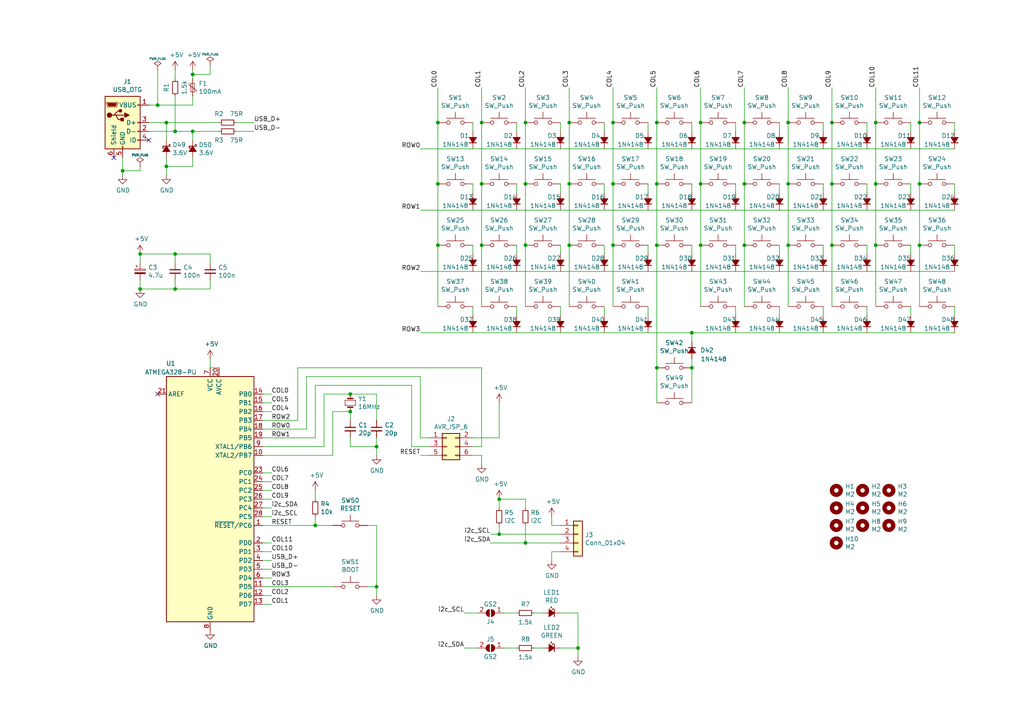
<source format=kicad_sch>
(kicad_sch (version 20211123) (generator eeschema)
  (paper "A4")
  (junction (at 127 53.34))
  (junction (at 215.9 35.56))
  (junction (at 203.2 71.12))
  (junction (at 127 35.56))
  (junction (at 190.5 71.12))
  (junction (at 50.8 73.66))
  (junction (at 139.7 35.56))
  (junction (at 266.7 35.56))
  (junction (at 165.1 71.12))
  (junction (at 241.3 53.34))
  (junction (at 203.2 53.34))
  (junction (at 55.88 21.59))
  (junction (at 139.7 71.12))
  (junction (at 254 35.56))
  (junction (at 177.8 35.56))
  (junction (at 127 71.12))
  (junction (at 48.26 35.56))
  (junction (at 139.7 53.34))
  (junction (at 109.22 170.18))
  (junction (at 200.66 106.68))
  (junction (at 48.26 48.26))
  (junction (at 177.8 71.12))
  (junction (at 254 53.34))
  (junction (at 35.56 49.53))
  (junction (at 200.66 96.52))
  (junction (at 165.1 53.34))
  (junction (at 91.44 152.4))
  (junction (at 228.6 53.34))
  (junction (at 165.1 35.56))
  (junction (at 101.6 119.38))
  (junction (at 144.78 154.94))
  (junction (at 266.7 71.12))
  (junction (at 45.72 30.48))
  (junction (at 190.5 53.34))
  (junction (at 228.6 35.56))
  (junction (at 215.9 71.12))
  (junction (at 190.5 35.56))
  (junction (at 50.8 38.1))
  (junction (at 177.8 53.34))
  (junction (at 203.2 35.56))
  (junction (at 152.4 157.48))
  (junction (at 215.9 53.34))
  (junction (at 40.64 73.66))
  (junction (at 254 71.12))
  (junction (at 101.6 114.3))
  (junction (at 152.4 35.56))
  (junction (at 167.64 187.96))
  (junction (at 241.3 71.12))
  (junction (at 152.4 71.12))
  (junction (at 144.78 144.78))
  (junction (at 109.22 129.54))
  (junction (at 50.8 83.82))
  (junction (at 266.7 53.34))
  (junction (at 241.3 35.56))
  (junction (at 190.5 106.68))
  (junction (at 40.64 83.82))
  (junction (at 228.6 71.12))
  (junction (at 152.4 53.34))
  (junction (at 55.88 38.1))
  (no_connect (at 33.02 45.72))
  (no_connect (at 45.72 114.3))
  (no_connect (at 43.18 40.64))
  (wire (pts (xy 139.7 35.56) (xy 139.7 25.4)))
  (wire (pts (xy 175.26 88.9) (xy 175.26 91.44)))
  (wire (pts (xy 190.5 35.56) (xy 190.5 25.4)))
  (wire (pts (xy 55.88 38.1) (xy 63.5 38.1)))
  (wire (pts (xy 152.4 157.48) (xy 162.56 157.48)))
  (wire (pts (xy 119.38 111.76) (xy 91.44 111.76)))
  (wire (pts (xy 76.2 142.24) (xy 78.74 142.24)))
  (wire (pts (xy 241.3 53.34) (xy 241.3 35.56)))
  (wire (pts (xy 121.92 96.52) (xy 200.66 96.52)))
  (wire (pts (xy 187.96 71.12) (xy 187.96 73.66)))
  (wire (pts (xy 152.4 152.4) (xy 152.4 157.48)))
  (wire (pts (xy 238.76 53.34) (xy 238.76 55.88)))
  (wire (pts (xy 146.05 187.96) (xy 149.86 187.96)))
  (wire (pts (xy 142.24 157.48) (xy 152.4 157.48)))
  (wire (pts (xy 76.2 127) (xy 91.44 127)))
  (wire (pts (xy 226.06 35.56) (xy 226.06 38.1)))
  (wire (pts (xy 154.94 177.8) (xy 157.48 177.8)))
  (wire (pts (xy 50.8 73.66) (xy 50.8 76.2)))
  (wire (pts (xy 254 88.9) (xy 254 71.12)))
  (wire (pts (xy 162.56 71.12) (xy 162.56 73.66)))
  (wire (pts (xy 241.3 35.56) (xy 241.3 25.4)))
  (wire (pts (xy 162.56 152.4) (xy 160.02 152.4)))
  (wire (pts (xy 50.8 27.94) (xy 50.8 38.1)))
  (wire (pts (xy 137.16 71.12) (xy 137.16 73.66)))
  (wire (pts (xy 203.2 71.12) (xy 203.2 53.34)))
  (wire (pts (xy 165.1 88.9) (xy 165.1 71.12)))
  (wire (pts (xy 48.26 48.26) (xy 55.88 48.26)))
  (wire (pts (xy 228.6 35.56) (xy 228.6 25.4)))
  (wire (pts (xy 93.98 129.54) (xy 76.2 129.54)))
  (wire (pts (xy 121.92 78.74) (xy 276.86 78.74)))
  (wire (pts (xy 119.38 129.54) (xy 124.46 129.54)))
  (wire (pts (xy 91.44 149.86) (xy 91.44 152.4)))
  (wire (pts (xy 266.7 53.34) (xy 266.7 35.56)))
  (wire (pts (xy 160.02 160.02) (xy 160.02 162.56)))
  (wire (pts (xy 162.56 88.9) (xy 162.56 91.44)))
  (wire (pts (xy 276.86 71.12) (xy 276.86 73.66)))
  (wire (pts (xy 101.6 119.38) (xy 101.6 121.92)))
  (wire (pts (xy 200.66 71.12) (xy 200.66 73.66)))
  (wire (pts (xy 187.96 53.34) (xy 187.96 55.88)))
  (wire (pts (xy 238.76 71.12) (xy 238.76 73.66)))
  (wire (pts (xy 68.58 35.56) (xy 73.66 35.56)))
  (wire (pts (xy 60.96 83.82) (xy 50.8 83.82)))
  (wire (pts (xy 190.5 71.12) (xy 190.5 106.68)))
  (wire (pts (xy 86.36 106.68) (xy 139.7 106.68)))
  (wire (pts (xy 177.8 53.34) (xy 177.8 35.56)))
  (wire (pts (xy 241.3 88.9) (xy 241.3 71.12)))
  (wire (pts (xy 91.44 111.76) (xy 91.44 127)))
  (wire (pts (xy 48.26 40.64) (xy 48.26 35.56)))
  (wire (pts (xy 119.38 129.54) (xy 119.38 111.76)))
  (wire (pts (xy 43.18 35.56) (xy 48.26 35.56)))
  (wire (pts (xy 200.66 35.56) (xy 200.66 38.1)))
  (wire (pts (xy 121.92 43.18) (xy 276.86 43.18)))
  (wire (pts (xy 109.22 170.18) (xy 109.22 172.72)))
  (wire (pts (xy 55.88 27.94) (xy 55.88 30.48)))
  (wire (pts (xy 106.68 152.4) (xy 109.22 152.4)))
  (wire (pts (xy 50.8 38.1) (xy 55.88 38.1)))
  (wire (pts (xy 55.88 21.59) (xy 60.96 21.59)))
  (wire (pts (xy 276.86 35.56) (xy 276.86 38.1)))
  (wire (pts (xy 167.64 177.8) (xy 167.64 187.96)))
  (wire (pts (xy 40.64 49.53) (xy 35.56 49.53)))
  (wire (pts (xy 266.7 71.12) (xy 266.7 53.34)))
  (wire (pts (xy 215.9 71.12) (xy 215.9 53.34)))
  (wire (pts (xy 165.1 71.12) (xy 165.1 53.34)))
  (wire (pts (xy 127 71.12) (xy 127 53.34)))
  (wire (pts (xy 86.36 121.92) (xy 86.36 106.68)))
  (wire (pts (xy 251.46 35.56) (xy 251.46 38.1)))
  (wire (pts (xy 190.5 53.34) (xy 190.5 35.56)))
  (wire (pts (xy 55.88 38.1) (xy 55.88 40.64)))
  (wire (pts (xy 241.3 71.12) (xy 241.3 53.34)))
  (wire (pts (xy 162.56 53.34) (xy 162.56 55.88)))
  (wire (pts (xy 40.64 73.66) (xy 40.64 76.2)))
  (wire (pts (xy 149.86 71.12) (xy 149.86 73.66)))
  (wire (pts (xy 139.7 132.08) (xy 139.7 134.62)))
  (wire (pts (xy 226.06 88.9) (xy 226.06 91.44)))
  (wire (pts (xy 134.62 177.8) (xy 138.43 177.8)))
  (wire (pts (xy 137.16 53.34) (xy 137.16 55.88)))
  (wire (pts (xy 149.86 88.9) (xy 149.86 91.44)))
  (wire (pts (xy 50.8 83.82) (xy 40.64 83.82)))
  (wire (pts (xy 76.2 144.78) (xy 78.74 144.78)))
  (wire (pts (xy 96.52 119.38) (xy 96.52 132.08)))
  (wire (pts (xy 187.96 88.9) (xy 187.96 91.44)))
  (wire (pts (xy 138.43 187.96) (xy 134.62 187.96)))
  (wire (pts (xy 101.6 129.54) (xy 109.22 129.54)))
  (wire (pts (xy 137.16 88.9) (xy 137.16 91.44)))
  (wire (pts (xy 213.36 88.9) (xy 213.36 91.44)))
  (wire (pts (xy 251.46 88.9) (xy 251.46 91.44)))
  (wire (pts (xy 144.78 144.78) (xy 144.78 147.32)))
  (wire (pts (xy 93.98 114.3) (xy 101.6 114.3)))
  (wire (pts (xy 203.2 53.34) (xy 203.2 35.56)))
  (wire (pts (xy 45.72 20.32) (xy 45.72 30.48)))
  (wire (pts (xy 50.8 81.28) (xy 50.8 83.82)))
  (wire (pts (xy 162.56 154.94) (xy 144.78 154.94)))
  (wire (pts (xy 228.6 71.12) (xy 228.6 53.34)))
  (wire (pts (xy 40.64 81.28) (xy 40.64 83.82)))
  (wire (pts (xy 68.58 38.1) (xy 73.66 38.1)))
  (wire (pts (xy 76.2 147.32) (xy 78.74 147.32)))
  (wire (pts (xy 190.5 71.12) (xy 190.5 53.34)))
  (wire (pts (xy 264.16 71.12) (xy 264.16 73.66)))
  (wire (pts (xy 144.78 116.84) (xy 144.78 127)))
  (wire (pts (xy 101.6 119.38) (xy 96.52 119.38)))
  (wire (pts (xy 76.2 114.3) (xy 78.74 114.3)))
  (wire (pts (xy 144.78 127) (xy 137.16 127)))
  (wire (pts (xy 109.22 152.4) (xy 109.22 170.18)))
  (wire (pts (xy 152.4 35.56) (xy 152.4 25.4)))
  (wire (pts (xy 35.56 49.53) (xy 35.56 50.8)))
  (wire (pts (xy 238.76 88.9) (xy 238.76 91.44)))
  (wire (pts (xy 88.9 124.46) (xy 88.9 109.22)))
  (wire (pts (xy 137.16 132.08) (xy 139.7 132.08)))
  (wire (pts (xy 55.88 21.59) (xy 55.88 20.32)))
  (wire (pts (xy 76.2 152.4) (xy 91.44 152.4)))
  (wire (pts (xy 213.36 53.34) (xy 213.36 55.88)))
  (wire (pts (xy 264.16 53.34) (xy 264.16 55.88)))
  (wire (pts (xy 91.44 144.78) (xy 91.44 142.24)))
  (wire (pts (xy 60.96 106.68) (xy 63.5 106.68)))
  (wire (pts (xy 139.7 71.12) (xy 139.7 53.34)))
  (wire (pts (xy 127 35.56) (xy 127 25.4)))
  (wire (pts (xy 251.46 53.34) (xy 251.46 55.88)))
  (wire (pts (xy 203.2 35.56) (xy 203.2 25.4)))
  (wire (pts (xy 101.6 127) (xy 101.6 129.54)))
  (wire (pts (xy 40.64 48.26) (xy 40.64 49.53)))
  (wire (pts (xy 149.86 53.34) (xy 149.86 55.88)))
  (wire (pts (xy 215.9 53.34) (xy 215.9 35.56)))
  (wire (pts (xy 165.1 35.56) (xy 165.1 25.4)))
  (wire (pts (xy 254 71.12) (xy 254 53.34)))
  (wire (pts (xy 60.96 104.14) (xy 60.96 106.68)))
  (wire (pts (xy 177.8 35.56) (xy 177.8 25.4)))
  (wire (pts (xy 48.26 48.26) (xy 48.26 50.8)))
  (wire (pts (xy 167.64 187.96) (xy 167.64 190.5)))
  (wire (pts (xy 215.9 35.56) (xy 215.9 25.4)))
  (wire (pts (xy 228.6 53.34) (xy 228.6 35.56)))
  (wire (pts (xy 276.86 53.34) (xy 276.86 55.88)))
  (wire (pts (xy 124.46 127) (xy 121.92 127)))
  (wire (pts (xy 78.74 157.48) (xy 76.2 157.48)))
  (wire (pts (xy 165.1 53.34) (xy 165.1 35.56)))
  (wire (pts (xy 35.56 45.72) (xy 35.56 49.53)))
  (wire (pts (xy 91.44 152.4) (xy 96.52 152.4)))
  (wire (pts (xy 127 88.9) (xy 127 71.12)))
  (wire (pts (xy 144.78 144.78) (xy 152.4 144.78)))
  (wire (pts (xy 76.2 160.02) (xy 78.74 160.02)))
  (wire (pts (xy 48.26 35.56) (xy 63.5 35.56)))
  (wire (pts (xy 137.16 129.54) (xy 139.7 129.54)))
  (wire (pts (xy 226.06 53.34) (xy 226.06 55.88)))
  (wire (pts (xy 160.02 160.02) (xy 162.56 160.02)))
  (wire (pts (xy 152.4 53.34) (xy 152.4 35.56)))
  (wire (pts (xy 45.72 30.48) (xy 55.88 30.48)))
  (wire (pts (xy 213.36 71.12) (xy 213.36 73.66)))
  (wire (pts (xy 76.2 162.56) (xy 78.74 162.56)))
  (wire (pts (xy 76.2 167.64) (xy 78.74 167.64)))
  (wire (pts (xy 76.2 165.1) (xy 78.74 165.1)))
  (wire (pts (xy 264.16 88.9) (xy 264.16 91.44)))
  (wire (pts (xy 226.06 71.12) (xy 226.06 73.66)))
  (wire (pts (xy 106.68 170.18) (xy 109.22 170.18)))
  (wire (pts (xy 137.16 35.56) (xy 137.16 38.1)))
  (wire (pts (xy 43.18 38.1) (xy 50.8 38.1)))
  (wire (pts (xy 76.2 124.46) (xy 88.9 124.46)))
  (wire (pts (xy 175.26 71.12) (xy 175.26 73.66)))
  (wire (pts (xy 88.9 109.22) (xy 121.92 109.22)))
  (wire (pts (xy 109.22 132.08) (xy 109.22 129.54)))
  (wire (pts (xy 48.26 45.72) (xy 48.26 48.26)))
  (wire (pts (xy 152.4 71.12) (xy 152.4 53.34)))
  (wire (pts (xy 200.66 99.06) (xy 200.66 96.52)))
  (wire (pts (xy 149.86 35.56) (xy 149.86 38.1)))
  (wire (pts (xy 276.86 88.9) (xy 276.86 91.44)))
  (wire (pts (xy 76.2 149.86) (xy 78.74 149.86)))
  (wire (pts (xy 254 53.34) (xy 254 35.56)))
  (wire (pts (xy 200.66 104.14) (xy 200.66 106.68)))
  (wire (pts (xy 187.96 35.56) (xy 187.96 38.1)))
  (wire (pts (xy 162.56 177.8) (xy 167.64 177.8)))
  (wire (pts (xy 154.94 187.96) (xy 157.48 187.96)))
  (wire (pts (xy 228.6 88.9) (xy 228.6 71.12)))
  (wire (pts (xy 190.5 106.68) (xy 190.5 116.84)))
  (wire (pts (xy 78.74 137.16) (xy 76.2 137.16)))
  (wire (pts (xy 266.7 35.56) (xy 266.7 25.4)))
  (wire (pts (xy 60.96 81.28) (xy 60.96 83.82)))
  (wire (pts (xy 121.92 60.96) (xy 276.86 60.96)))
  (wire (pts (xy 200.66 53.34) (xy 200.66 55.88)))
  (wire (pts (xy 76.2 119.38) (xy 78.74 119.38)))
  (wire (pts (xy 139.7 53.34) (xy 139.7 35.56)))
  (wire (pts (xy 152.4 88.9) (xy 152.4 71.12)))
  (wire (pts (xy 124.46 132.08) (xy 121.92 132.08)))
  (wire (pts (xy 146.05 177.8) (xy 149.86 177.8)))
  (wire (pts (xy 215.9 88.9) (xy 215.9 71.12)))
  (wire (pts (xy 177.8 71.12) (xy 177.8 53.34)))
  (wire (pts (xy 50.8 73.66) (xy 60.96 73.66)))
  (wire (pts (xy 101.6 114.3) (xy 109.22 114.3)))
  (wire (pts (xy 76.2 175.26) (xy 78.74 175.26)))
  (wire (pts (xy 76.2 139.7) (xy 78.74 139.7)))
  (wire (pts (xy 254 35.56) (xy 254 25.4)))
  (wire (pts (xy 251.46 71.12) (xy 251.46 73.66)))
  (wire (pts (xy 264.16 35.56) (xy 264.16 38.1)))
  (wire (pts (xy 93.98 114.3) (xy 93.98 129.54)))
  (wire (pts (xy 144.78 152.4) (xy 144.78 154.94)))
  (wire (pts (xy 139.7 88.9) (xy 139.7 71.12)))
  (wire (pts (xy 60.96 73.66) (xy 60.96 76.2)))
  (wire (pts (xy 109.22 129.54) (xy 109.22 127)))
  (wire (pts (xy 144.78 154.94) (xy 142.24 154.94)))
  (wire (pts (xy 50.8 22.86) (xy 50.8 20.32)))
  (wire (pts (xy 76.2 172.72) (xy 78.74 172.72)))
  (wire (pts (xy 175.26 53.34) (xy 175.26 55.88)))
  (wire (pts (xy 127 53.34) (xy 127 35.56)))
  (wire (pts (xy 238.76 35.56) (xy 238.76 38.1)))
  (wire (pts (xy 152.4 144.78) (xy 152.4 147.32)))
  (wire (pts (xy 203.2 88.9) (xy 203.2 71.12)))
  (wire (pts (xy 96.52 132.08) (xy 76.2 132.08)))
  (wire (pts (xy 162.56 35.56) (xy 162.56 38.1)))
  (wire (pts (xy 60.96 21.59) (xy 60.96 19.05)))
  (wire (pts (xy 76.2 121.92) (xy 86.36 121.92)))
  (wire (pts (xy 55.88 22.86) (xy 55.88 21.59)))
  (wire (pts (xy 160.02 152.4) (xy 160.02 149.86)))
  (wire (pts (xy 55.88 48.26) (xy 55.88 45.72)))
  (wire (pts (xy 162.56 187.96) (xy 167.64 187.96)))
  (wire (pts (xy 40.64 73.66) (xy 50.8 73.66)))
  (wire (pts (xy 175.26 35.56) (xy 175.26 38.1)))
  (wire (pts (xy 200.66 106.68) (xy 200.66 116.84)))
  (wire (pts (xy 43.18 30.48) (xy 45.72 30.48)))
  (wire (pts (xy 213.36 35.56) (xy 213.36 38.1)))
  (wire (pts (xy 266.7 88.9) (xy 266.7 71.12)))
  (wire (pts (xy 76.2 170.18) (xy 96.52 170.18)))
  (wire (pts (xy 139.7 106.68) (xy 139.7 129.54)))
  (wire (pts (xy 177.8 88.9) (xy 177.8 71.12)))
  (wire (pts (xy 76.2 116.84) (xy 78.74 116.84)))
  (wire (pts (xy 200.66 96.52) (xy 276.86 96.52)))
  (wire (pts (xy 121.92 109.22) (xy 121.92 127)))
  (wire (pts (xy 109.22 114.3) (xy 109.22 121.92)))
  (label "USB_D-" (at 78.74 165.1 0))
  (label "i2c_SCL" (at 142.24 154.94 180))
  (label "COL7" (at 215.9 25.4 90))
  (label "ROW1" (at 78.74 127 0))
  (label "RESET" (at 121.92 132.08 180))
  (label "COL0" (at 127 25.4 90))
  (label "COL6" (at 203.2 25.4 90))
  (label "i2c_SCL" (at 134.62 177.8 180))
  (label "COL10" (at 78.74 160.02 0))
  (label "COL0" (at 78.74 114.3 0))
  (label "COL4" (at 78.74 119.38 0))
  (label "i2c_SDA" (at 142.24 157.48 180))
  (label "COL10" (at 254 25.4 90))
  (label "ROW3" (at 121.92 96.52 180))
  (label "COL7" (at 78.74 139.7 0))
  (label "ROW0" (at 121.92 43.18 180))
  (label "COL2" (at 78.74 172.72 0))
  (label "USB_D+" (at 73.66 35.56 0))
  (label "COL4" (at 177.8 25.4 90))
  (label "i2c_SDA" (at 78.74 147.32 0))
  (label "ROW1" (at 121.92 60.96 180))
  (label "ROW2" (at 78.74 121.92 0))
  (label "COL6" (at 78.74 137.16 0))
  (label "ROW0" (at 78.74 124.46 0))
  (label "COL11" (at 78.74 157.48 0))
  (label "COL1" (at 78.74 175.26 0))
  (label "COL3" (at 78.74 170.18 0))
  (label "COL1" (at 139.7 25.4 90))
  (label "i2c_SDA" (at 134.62 187.96 180))
  (label "COL9" (at 241.3 25.4 90))
  (label "ROW2" (at 121.92 78.74 180))
  (label "COL8" (at 228.6 25.4 90))
  (label "USB_D-" (at 73.66 38.1 0))
  (label "USB_D+" (at 78.74 162.56 0))
  (label "ROW3" (at 78.74 167.64 0))
  (label "RESET" (at 78.74 152.4 0))
  (label "COL11" (at 266.7 25.4 90))
  (label "COL3" (at 165.1 25.4 90))
  (label "COL5" (at 190.5 25.4 90))
  (label "COL9" (at 78.74 144.78 0))
  (label "COL5" (at 78.74 116.84 0))
  (label "COL8" (at 78.74 142.24 0))
  (label "i2c_SCL" (at 78.74 149.86 0))
  (label "COL2" (at 152.4 25.4 90))
  (symbol (lib_id "Switch:SW_Push") (at 132.08 35.56 0) (mirror y) (unit 1)
    (property "Reference" "SW1" (at 132.08 28.321 0))
    (property "Value" "SW_Push" (at 132.08 30.6324 0))
    (property "Footprint" "SMKJP:SW_Cherry_MX1A_1.00u_PCB" (effects hide))
  )
  (symbol (lib_id "Device:D_Small_Filled") (at 137.16 40.64 270) (mirror x) (unit 1)
    (property "Reference" "D1" (at 133.35 39.37 90) (effects (justify left)))
    (property "Value" "1N4148" (at 128.27 41.91 90) (effects (justify left)))
    (property "Footprint" "dm9_rc:D_DO-35_SOD27_P5.08mm_Horizontal" (effects hide))
  )
  (symbol (lib_id "Switch:SW_Push") (at 195.58 116.84 0) (mirror y) (unit 1)
    (property "Reference" "SW49" (at 195.58 109.601 0))
    (property "Value" "SW_Push" (at 195.58 111.9124 0))
    (property "Footprint" "SMKJP:SW_Cherry_MX1A_2.0U_PCB_universal_center" (effects hide))
  )
  (symbol (lib_id "Switch:SW_Push") (at 132.08 53.34 0) (mirror y) (unit 1)
    (property "Reference" "SW13" (at 132.08 46.101 0))
    (property "Value" "SW_Push" (at 132.08 48.4124 0))
    (property "Footprint" "SMKJP:SW_Cherry_MX1A_1.00u_PCB" (effects hide))
  )
  (symbol (lib_id "Device:D_Small_Filled") (at 137.16 58.42 270) (mirror x) (unit 1)
    (property "Reference" "D13" (at 133.35 57.15 90) (effects (justify left)))
    (property "Value" "1N4148" (at 128.27 59.69 90) (effects (justify left)))
    (property "Footprint" "dm9_rc:D_DO-35_SOD27_P5.08mm_Horizontal" (effects hide))
  )
  (symbol (lib_id "Switch:SW_Push") (at 132.08 71.12 0) (mirror y) (unit 1)
    (property "Reference" "SW25" (at 132.08 63.881 0))
    (property "Value" "SW_Push" (at 132.08 66.1924 0))
    (property "Footprint" "SMKJP:SW_Cherry_MX1A_1.00u_PCB" (effects hide))
  )
  (symbol (lib_id "Device:D_Small_Filled") (at 137.16 76.2 270) (mirror x) (unit 1)
    (property "Reference" "D25" (at 133.35 74.93 90) (effects (justify left)))
    (property "Value" "1N4148" (at 128.27 77.47 90) (effects (justify left)))
    (property "Footprint" "dm9_rc:D_DO-35_SOD27_P5.08mm_Horizontal" (effects hide))
  )
  (symbol (lib_id "Switch:SW_Push") (at 132.08 88.9 0) (mirror y) (unit 1)
    (property "Reference" "SW37" (at 132.08 81.661 0))
    (property "Value" "SW_Push" (at 132.08 83.9724 0))
    (property "Footprint" "SMKJP:SW_Cherry_MX1A_1.00u_PCB" (effects hide))
  )
  (symbol (lib_id "Device:D_Small_Filled") (at 137.16 93.98 270) (mirror x) (unit 1)
    (property "Reference" "D37" (at 133.35 92.71 90) (effects (justify left)))
    (property "Value" "1N4148" (at 128.27 95.25 90) (effects (justify left)))
    (property "Footprint" "dm9_rc:D_DO-35_SOD27_P5.08mm_Horizontal" (effects hide))
  )
  (symbol (lib_id "power:PWR_FLAG") (at 60.96 19.05 0) (unit 1)
    (property "Reference" "#FLG0101" (effects hide))
    (property "Value" "PWR_FLAG" (at 60.96 15.7734 0) (effects (font (size 0.635 0.635))))
  )
  (symbol (lib_id "Device:LED_Small_Filled") (at 160.02 177.8 0) (mirror y) (unit 1)
    (property "Reference" "LED1" (at 160.02 171.831 0))
    (property "Value" "RED" (at 160.02 174.1424 0))
    (property "Footprint" "LEDs:LED_D3.0mm" (effects hide))
  )
  (symbol (lib_id "power:PWR_FLAG") (at 40.64 48.26 0) (unit 1)
    (property "Reference" "#FLG0102" (effects hide))
    (property "Value" "PWR_FLAG" (at 40.64 44.9834 0) (effects (font (size 0.635 0.635))))
  )
  (symbol (lib_id "Mechanical:MountingHole") (at 257.81 142.24 0) (unit 1)
    (property "Reference" "H3" (at 260.35 141.0716 0) (effects (justify left)))
    (property "Value" "M2" (at 260.35 143.383 0) (effects (justify left)))
    (property "Footprint" "Mounting_Holes:MountingHole_2.2mm_M2_Pad" (effects hide))
  )
  (symbol (lib_id "Mechanical:MountingHole") (at 257.81 147.32 0) (unit 1)
    (property "Reference" "H6" (at 260.35 146.1516 0) (effects (justify left)))
    (property "Value" "M2" (at 260.35 148.463 0) (effects (justify left)))
    (property "Footprint" "Mounting_Holes:MountingHole_2.2mm_M2_Pad" (effects hide))
  )
  (symbol (lib_id "Device:LED_Small_Filled") (at 160.02 187.96 0) (mirror y) (unit 1)
    (property "Reference" "LED2" (at 160.02 181.991 0))
    (property "Value" "GREEN" (at 160.02 184.3024 0))
    (property "Footprint" "LEDs:LED_D3.0mm" (effects hide))
  )
  (symbol (lib_id "power:PWR_FLAG") (at 45.72 20.32 0) (unit 1)
    (property "Reference" "#FLG0103" (effects hide))
    (property "Value" "PWR_FLAG" (at 45.72 17.0434 0) (effects (font (size 0.635 0.635))))
  )
  (symbol (lib_id "Mechanical:MountingHole") (at 242.57 142.24 0) (unit 1)
    (property "Reference" "H1" (at 245.11 141.0716 0) (effects (justify left)))
    (property "Value" "M2" (at 245.11 143.383 0) (effects (justify left)))
    (property "Footprint" "Mounting_Holes:MountingHole_2.2mm_M2_Pad" (effects hide))
  )
  (symbol (lib_id "Mechanical:MountingHole") (at 242.57 147.32 0) (unit 1)
    (property "Reference" "H4" (at 245.11 146.1516 0) (effects (justify left)))
    (property "Value" "M2" (at 245.11 148.463 0) (effects (justify left)))
    (property "Footprint" "Mounting_Holes:MountingHole_2.2mm_M2_Pad" (effects hide))
  )
  (symbol (lib_id "Mechanical:MountingHole") (at 242.57 152.4 0) (unit 1)
    (property "Reference" "H7" (at 245.11 151.2316 0) (effects (justify left)))
    (property "Value" "M2" (at 245.11 153.543 0) (effects (justify left)))
    (property "Footprint" "Mounting_Holes:MountingHole_2.2mm_M2_Pad" (effects hide))
  )
  (symbol (lib_id "Mechanical:MountingHole") (at 257.81 152.4 0) (unit 1)
    (property "Reference" "H9" (at 260.35 151.2316 0) (effects (justify left)))
    (property "Value" "M2" (at 260.35 153.543 0) (effects (justify left)))
    (property "Footprint" "Mounting_Holes:MountingHole_2.2mm_M2_Pad" (effects hide))
  )
  (symbol (lib_id "power:GND") (at 167.64 190.5 0) (unit 1)
    (property "Reference" "#PWR015" (effects hide))
    (property "Value" "GND" (at 167.767 194.8942 0))
  )
  (symbol (lib_id "Mechanical:MountingHole") (at 250.19 142.24 0) (unit 1)
    (property "Reference" "H2" (at 252.73 141.0716 0) (effects (justify left)))
    (property "Value" "M2" (at 252.73 143.383 0) (effects (justify left)))
    (property "Footprint" "Mounting_Holes:MountingHole_2.2mm_M2_Pad" (effects hide))
  )
  (symbol (lib_id "Mechanical:MountingHole") (at 250.19 147.32 0) (unit 1)
    (property "Reference" "H5" (at 252.73 146.1516 0) (effects (justify left)))
    (property "Value" "M2" (at 252.73 148.463 0) (effects (justify left)))
    (property "Footprint" "Mounting_Holes:MountingHole_2.2mm_M2_Pad" (effects hide))
  )
  (symbol (lib_id "Mechanical:MountingHole") (at 250.19 152.4 0) (unit 1)
    (property "Reference" "H8" (at 252.73 151.2316 0) (effects (justify left)))
    (property "Value" "M2" (at 252.73 153.543 0) (effects (justify left)))
    (property "Footprint" "Mounting_Holes:MountingHole_2.2mm_M2_Pad" (effects hide))
  )
  (symbol (lib_id "Mechanical:MountingHole") (at 242.57 157.48 0) (unit 1)
    (property "Reference" "H10" (at 245.11 156.3116 0) (effects (justify left)))
    (property "Value" "M2" (at 245.11 158.623 0) (effects (justify left)))
    (property "Footprint" "Mounting_Holes:MountingHole_2.2mm_M2_Pad" (effects hide))
  )
  (symbol (lib_id "power:+5V") (at 40.64 73.66 0) (unit 1)
    (property "Reference" "#PWR011" (effects hide))
    (property "Value" "+5V" (at 41.021 69.2658 0))
  )
  (symbol (lib_id "Switch:SW_Push") (at 144.78 35.56 0) (mirror y) (unit 1)
    (property "Reference" "SW2" (at 144.78 28.321 0))
    (property "Value" "SW_Push" (at 144.78 30.6324 0))
    (property "Footprint" "SMKJP:SW_Cherry_MX1A_1.00u_PCB" (effects hide))
  )
  (symbol (lib_id "Device:D_Small_Filled") (at 149.86 40.64 270) (mirror x) (unit 1)
    (property "Reference" "D2" (at 146.05 39.37 90) (effects (justify left)))
    (property "Value" "1N4148" (at 140.97 41.91 90) (effects (justify left)))
    (property "Footprint" "dm9_rc:D_DO-35_SOD27_P5.08mm_Horizontal" (effects hide))
  )
  (symbol (lib_id "Switch:SW_Push") (at 144.78 53.34 0) (mirror y) (unit 1)
    (property "Reference" "SW14" (at 144.78 46.101 0))
    (property "Value" "SW_Push" (at 144.78 48.4124 0))
    (property "Footprint" "SMKJP:SW_Cherry_MX1A_1.00u_PCB" (effects hide))
  )
  (symbol (lib_id "Device:D_Small_Filled") (at 149.86 58.42 270) (mirror x) (unit 1)
    (property "Reference" "D14" (at 146.05 57.15 90) (effects (justify left)))
    (property "Value" "1N4148" (at 140.97 59.69 90) (effects (justify left)))
    (property "Footprint" "dm9_rc:D_DO-35_SOD27_P5.08mm_Horizontal" (effects hide))
  )
  (symbol (lib_id "Switch:SW_Push") (at 144.78 71.12 0) (mirror y) (unit 1)
    (property "Reference" "SW26" (at 144.78 63.881 0))
    (property "Value" "SW_Push" (at 144.78 66.1924 0))
    (property "Footprint" "SMKJP:SW_Cherry_MX1A_1.00u_PCB" (effects hide))
  )
  (symbol (lib_id "Device:D_Small_Filled") (at 149.86 76.2 270) (mirror x) (unit 1)
    (property "Reference" "D26" (at 146.05 74.93 90) (effects (justify left)))
    (property "Value" "1N4148" (at 140.97 77.47 90) (effects (justify left)))
    (property "Footprint" "dm9_rc:D_DO-35_SOD27_P5.08mm_Horizontal" (effects hide))
  )
  (symbol (lib_id "Switch:SW_Push") (at 144.78 88.9 0) (mirror y) (unit 1)
    (property "Reference" "SW38" (at 144.78 81.661 0))
    (property "Value" "SW_Push" (at 144.78 83.9724 0))
    (property "Footprint" "SMKJP:SW_Cherry_MX1A_1.00u_PCB" (effects hide))
  )
  (symbol (lib_id "Device:D_Small_Filled") (at 149.86 93.98 270) (mirror x) (unit 1)
    (property "Reference" "D38" (at 146.05 92.71 90) (effects (justify left)))
    (property "Value" "1N4148" (at 140.97 95.25 90) (effects (justify left)))
    (property "Footprint" "dm9_rc:D_DO-35_SOD27_P5.08mm_Horizontal" (effects hide))
  )
  (symbol (lib_id "Switch:SW_Push") (at 157.48 35.56 0) (mirror y) (unit 1)
    (property "Reference" "SW3" (at 157.48 28.321 0))
    (property "Value" "SW_Push" (at 157.48 30.6324 0))
    (property "Footprint" "SMKJP:SW_Cherry_MX1A_1.00u_PCB" (effects hide))
  )
  (symbol (lib_id "Device:D_Small_Filled") (at 162.56 40.64 270) (mirror x) (unit 1)
    (property "Reference" "D3" (at 158.75 39.37 90) (effects (justify left)))
    (property "Value" "1N4148" (at 153.67 41.91 90) (effects (justify left)))
    (property "Footprint" "dm9_rc:D_DO-35_SOD27_P5.08mm_Horizontal" (effects hide))
  )
  (symbol (lib_id "Switch:SW_Push") (at 157.48 53.34 0) (mirror y) (unit 1)
    (property "Reference" "SW15" (at 157.48 46.101 0))
    (property "Value" "SW_Push" (at 157.48 48.4124 0))
    (property "Footprint" "SMKJP:SW_Cherry_MX1A_1.00u_PCB" (effects hide))
  )
  (symbol (lib_id "Device:D_Small_Filled") (at 162.56 58.42 270) (mirror x) (unit 1)
    (property "Reference" "D15" (at 158.75 57.15 90) (effects (justify left)))
    (property "Value" "1N4148" (at 153.67 59.69 90) (effects (justify left)))
    (property "Footprint" "dm9_rc:D_DO-35_SOD27_P5.08mm_Horizontal" (effects hide))
  )
  (symbol (lib_id "Switch:SW_Push") (at 157.48 71.12 0) (mirror y) (unit 1)
    (property "Reference" "SW27" (at 157.48 63.881 0))
    (property "Value" "SW_Push" (at 157.48 66.1924 0))
    (property "Footprint" "SMKJP:SW_Cherry_MX1A_1.00u_PCB" (effects hide))
  )
  (symbol (lib_id "Device:D_Small_Filled") (at 162.56 76.2 270) (mirror x) (unit 1)
    (property "Reference" "D27" (at 158.75 74.93 90) (effects (justify left)))
    (property "Value" "1N4148" (at 153.67 77.47 90) (effects (justify left)))
    (property "Footprint" "dm9_rc:D_DO-35_SOD27_P5.08mm_Horizontal" (effects hide))
  )
  (symbol (lib_id "Switch:SW_Push") (at 157.48 88.9 0) (mirror y) (unit 1)
    (property "Reference" "SW39" (at 157.48 81.661 0))
    (property "Value" "SW_Push" (at 157.48 83.9724 0))
    (property "Footprint" "SMKJP:SW_Cherry_MX1A_1.00u_PCB" (effects hide))
  )
  (symbol (lib_id "Device:D_Small_Filled") (at 162.56 93.98 270) (mirror x) (unit 1)
    (property "Reference" "D39" (at 158.75 92.71 90) (effects (justify left)))
    (property "Value" "1N4148" (at 153.67 95.25 90) (effects (justify left)))
    (property "Footprint" "dm9_rc:D_DO-35_SOD27_P5.08mm_Horizontal" (effects hide))
  )
  (symbol (lib_id "Switch:SW_Push") (at 170.18 35.56 0) (mirror y) (unit 1)
    (property "Reference" "SW4" (at 170.18 28.321 0))
    (property "Value" "SW_Push" (at 170.18 30.6324 0))
    (property "Footprint" "SMKJP:SW_Cherry_MX1A_1.00u_PCB" (effects hide))
  )
  (symbol (lib_id "Device:D_Small_Filled") (at 175.26 40.64 270) (mirror x) (unit 1)
    (property "Reference" "D4" (at 171.45 39.37 90) (effects (justify left)))
    (property "Value" "1N4148" (at 166.37 41.91 90) (effects (justify left)))
    (property "Footprint" "dm9_rc:D_DO-35_SOD27_P5.08mm_Horizontal" (effects hide))
  )
  (symbol (lib_id "Switch:SW_Push") (at 170.18 53.34 0) (mirror y) (unit 1)
    (property "Reference" "SW16" (at 170.18 46.101 0))
    (property "Value" "SW_Push" (at 170.18 48.4124 0))
    (property "Footprint" "SMKJP:SW_Cherry_MX1A_1.00u_PCB" (effects hide))
  )
  (symbol (lib_id "Device:D_Small_Filled") (at 175.26 58.42 270) (mirror x) (unit 1)
    (property "Reference" "D16" (at 171.45 57.15 90) (effects (justify left)))
    (property "Value" "1N4148" (at 166.37 59.69 90) (effects (justify left)))
    (property "Footprint" "dm9_rc:D_DO-35_SOD27_P5.08mm_Horizontal" (effects hide))
  )
  (symbol (lib_id "Switch:SW_Push") (at 170.18 71.12 0) (mirror y) (unit 1)
    (property "Reference" "SW28" (at 170.18 63.881 0))
    (property "Value" "SW_Push" (at 170.18 66.1924 0))
    (property "Footprint" "SMKJP:SW_Cherry_MX1A_1.00u_PCB" (effects hide))
  )
  (symbol (lib_id "Device:D_Small_Filled") (at 175.26 76.2 270) (mirror x) (unit 1)
    (property "Reference" "D28" (at 171.45 74.93 90) (effects (justify left)))
    (property "Value" "1N4148" (at 166.37 77.47 90) (effects (justify left)))
    (property "Footprint" "dm9_rc:D_DO-35_SOD27_P5.08mm_Horizontal" (effects hide))
  )
  (symbol (lib_id "Switch:SW_Push") (at 170.18 88.9 0) (mirror y) (unit 1)
    (property "Reference" "SW40" (at 170.18 81.661 0))
    (property "Value" "SW_Push" (at 170.18 83.9724 0))
    (property "Footprint" "SMKJP:SW_Cherry_MX1A_1.00u_PCB" (effects hide))
  )
  (symbol (lib_id "Device:D_Small_Filled") (at 175.26 93.98 270) (mirror x) (unit 1)
    (property "Reference" "D40" (at 171.45 92.71 90) (effects (justify left)))
    (property "Value" "1N4148" (at 166.37 95.25 90) (effects (justify left)))
    (property "Footprint" "dm9_rc:D_DO-35_SOD27_P5.08mm_Horizontal" (effects hide))
  )
  (symbol (lib_id "Switch:SW_Push") (at 182.88 35.56 0) (mirror y) (unit 1)
    (property "Reference" "SW5" (at 182.88 28.321 0))
    (property "Value" "SW_Push" (at 182.88 30.6324 0))
    (property "Footprint" "SMKJP:SW_Cherry_MX1A_1.00u_PCB" (effects hide))
  )
  (symbol (lib_id "Device:D_Small_Filled") (at 187.96 40.64 270) (mirror x) (unit 1)
    (property "Reference" "D5" (at 184.15 39.37 90) (effects (justify left)))
    (property "Value" "1N4148" (at 179.07 41.91 90) (effects (justify left)))
    (property "Footprint" "dm9_rc:D_DO-35_SOD27_P5.08mm_Horizontal" (effects hide))
  )
  (symbol (lib_id "Switch:SW_Push") (at 182.88 53.34 0) (mirror y) (unit 1)
    (property "Reference" "SW17" (at 182.88 46.101 0))
    (property "Value" "SW_Push" (at 182.88 48.4124 0))
    (property "Footprint" "SMKJP:SW_Cherry_MX1A_1.00u_PCB" (effects hide))
  )
  (symbol (lib_id "Device:D_Small_Filled") (at 187.96 58.42 270) (mirror x) (unit 1)
    (property "Reference" "D17" (at 184.15 57.15 90) (effects (justify left)))
    (property "Value" "1N4148" (at 179.07 59.69 90) (effects (justify left)))
    (property "Footprint" "dm9_rc:D_DO-35_SOD27_P5.08mm_Horizontal" (effects hide))
  )
  (symbol (lib_id "Switch:SW_Push") (at 182.88 71.12 0) (mirror y) (unit 1)
    (property "Reference" "SW29" (at 182.88 63.881 0))
    (property "Value" "SW_Push" (at 182.88 66.1924 0))
    (property "Footprint" "SMKJP:SW_Cherry_MX1A_1.00u_PCB" (effects hide))
  )
  (symbol (lib_id "Device:D_Small_Filled") (at 187.96 76.2 270) (mirror x) (unit 1)
    (property "Reference" "D29" (at 184.15 74.93 90) (effects (justify left)))
    (property "Value" "1N4148" (at 179.07 77.47 90) (effects (justify left)))
    (property "Footprint" "dm9_rc:D_DO-35_SOD27_P5.08mm_Horizontal" (effects hide))
  )
  (symbol (lib_id "Switch:SW_Push") (at 182.88 88.9 0) (mirror y) (unit 1)
    (property "Reference" "SW41" (at 182.88 81.661 0))
    (property "Value" "SW_Push" (at 182.88 83.9724 0))
    (property "Footprint" "SMKJP:SW_Cherry_MX1A_1.00u_PCB" (effects hide))
  )
  (symbol (lib_id "Device:D_Small_Filled") (at 187.96 93.98 270) (mirror x) (unit 1)
    (property "Reference" "D41" (at 184.15 92.71 90) (effects (justify left)))
    (property "Value" "1N4148" (at 179.07 95.25 90) (effects (justify left)))
    (property "Footprint" "dm9_rc:D_DO-35_SOD27_P5.08mm_Horizontal" (effects hide))
  )
  (symbol (lib_id "Switch:SW_Push") (at 195.58 35.56 0) (mirror y) (unit 1)
    (property "Reference" "SW6" (at 195.58 28.321 0))
    (property "Value" "SW_Push" (at 195.58 30.6324 0))
    (property "Footprint" "SMKJP:SW_Cherry_MX1A_1.00u_PCB" (effects hide))
  )
  (symbol (lib_id "Device:D_Small_Filled") (at 200.66 40.64 270) (mirror x) (unit 1)
    (property "Reference" "D6" (at 196.85 39.37 90) (effects (justify left)))
    (property "Value" "1N4148" (at 191.77 41.91 90) (effects (justify left)))
    (property "Footprint" "dm9_rc:D_DO-35_SOD27_P5.08mm_Horizontal" (effects hide))
  )
  (symbol (lib_id "Switch:SW_Push") (at 195.58 53.34 0) (mirror y) (unit 1)
    (property "Reference" "SW18" (at 195.58 46.101 0))
    (property "Value" "SW_Push" (at 195.58 48.4124 0))
    (property "Footprint" "SMKJP:SW_Cherry_MX1A_1.00u_PCB" (effects hide))
  )
  (symbol (lib_id "Device:D_Small_Filled") (at 200.66 58.42 270) (mirror x) (unit 1)
    (property "Reference" "D18" (at 196.85 57.15 90) (effects (justify left)))
    (property "Value" "1N4148" (at 191.77 59.69 90) (effects (justify left)))
    (property "Footprint" "dm9_rc:D_DO-35_SOD27_P5.08mm_Horizontal" (effects hide))
  )
  (symbol (lib_id "Switch:SW_Push") (at 195.58 71.12 0) (mirror y) (unit 1)
    (property "Reference" "SW30" (at 195.58 63.881 0))
    (property "Value" "SW_Push" (at 195.58 66.1924 0))
    (property "Footprint" "SMKJP:SW_Cherry_MX1A_1.00u_PCB" (effects hide))
  )
  (symbol (lib_id "Device:D_Small_Filled") (at 200.66 76.2 270) (mirror x) (unit 1)
    (property "Reference" "D30" (at 196.85 74.93 90) (effects (justify left)))
    (property "Value" "1N4148" (at 191.77 77.47 90) (effects (justify left)))
    (property "Footprint" "dm9_rc:D_DO-35_SOD27_P5.08mm_Horizontal" (effects hide))
  )
  (symbol (lib_id "Switch:SW_Push") (at 195.58 106.68 0) (mirror y) (unit 1)
    (property "Reference" "SW42" (at 195.58 99.441 0))
    (property "Value" "SW_Push" (at 195.58 101.7524 0))
    (property "Footprint" "SMKJP:SW_Cherry_MX1A_1.00u_PCB" (effects hide))
  )
  (symbol (lib_id "Device:D_Small_Filled") (at 200.66 101.6 90) (mirror x) (unit 1)
    (property "Reference" "D42" (at 207.01 101.6 90) (effects (justify left)))
    (property "Value" "1N4148" (at 210.82 104.14 90) (effects (justify left)))
    (property "Footprint" "dm9_rc:D_DO-35_SOD27_P5.08mm_Horizontal" (effects hide))
  )
  (symbol (lib_id "Switch:SW_Push") (at 208.28 35.56 0) (mirror y) (unit 1)
    (property "Reference" "SW7" (at 208.28 28.321 0))
    (property "Value" "SW_Push" (at 208.28 30.6324 0))
    (property "Footprint" "SMKJP:SW_Cherry_MX1A_1.00u_PCB" (effects hide))
  )
  (symbol (lib_id "Device:D_Small_Filled") (at 213.36 40.64 270) (mirror x) (unit 1)
    (property "Reference" "D7" (at 209.55 39.37 90) (effects (justify left)))
    (property "Value" "1N4148" (at 204.47 41.91 90) (effects (justify left)))
    (property "Footprint" "dm9_rc:D_DO-35_SOD27_P5.08mm_Horizontal" (effects hide))
  )
  (symbol (lib_id "Switch:SW_Push") (at 208.28 53.34 0) (mirror y) (unit 1)
    (property "Reference" "SW19" (at 208.28 46.101 0))
    (property "Value" "SW_Push" (at 208.28 48.4124 0))
    (property "Footprint" "SMKJP:SW_Cherry_MX1A_1.00u_PCB" (effects hide))
  )
  (symbol (lib_id "Device:D_Small_Filled") (at 213.36 58.42 270) (mirror x) (unit 1)
    (property "Reference" "D19" (at 209.55 57.15 90) (effects (justify left)))
    (property "Value" "1N4148" (at 204.47 59.69 90) (effects (justify left)))
    (property "Footprint" "dm9_rc:D_DO-35_SOD27_P5.08mm_Horizontal" (effects hide))
  )
  (symbol (lib_id "Switch:SW_Push") (at 208.28 71.12 0) (mirror y) (unit 1)
    (property "Reference" "SW31" (at 208.28 63.881 0))
    (property "Value" "SW_Push" (at 208.28 66.1924 0))
    (property "Footprint" "SMKJP:SW_Cherry_MX1A_1.00u_PCB" (effects hide))
  )
  (symbol (lib_id "Device:D_Small_Filled") (at 213.36 76.2 270) (mirror x) (unit 1)
    (property "Reference" "D31" (at 209.55 74.93 90) (effects (justify left)))
    (property "Value" "1N4148" (at 204.47 77.47 90) (effects (justify left)))
    (property "Footprint" "dm9_rc:D_DO-35_SOD27_P5.08mm_Horizontal" (effects hide))
  )
  (symbol (lib_id "Switch:SW_Push") (at 208.28 88.9 0) (unit 1)
    (property "Reference" "SW43" (at 208.28 81.661 0))
    (property "Value" "SW_Push" (at 208.28 83.9724 0))
    (property "Footprint" "SMKJP:SW_Cherry_MX1A_1.00u_PCB" (effects hide))
  )
  (symbol (lib_id "Device:D_Small_Filled") (at 213.36 93.98 270) (mirror x) (unit 1)
    (property "Reference" "D43" (at 209.55 92.71 90) (effects (justify left)))
    (property "Value" "1N4148" (at 204.47 95.25 90) (effects (justify left)))
    (property "Footprint" "dm9_rc:D_DO-35_SOD27_P5.08mm_Horizontal" (effects hide))
  )
  (symbol (lib_id "Switch:SW_Push") (at 220.98 35.56 0) (mirror y) (unit 1)
    (property "Reference" "SW8" (at 220.98 28.321 0))
    (property "Value" "SW_Push" (at 220.98 30.6324 0))
    (property "Footprint" "SMKJP:SW_Cherry_MX1A_1.00u_PCB" (effects hide))
  )
  (symbol (lib_id "Device:D_Small_Filled") (at 226.06 40.64 270) (mirror x) (unit 1)
    (property "Reference" "D8" (at 222.25 39.37 90) (effects (justify left)))
    (property "Value" "1N4148" (at 217.17 41.91 90) (effects (justify left)))
    (property "Footprint" "dm9_rc:D_DO-35_SOD27_P5.08mm_Horizontal" (effects hide))
  )
  (symbol (lib_id "Switch:SW_Push") (at 220.98 53.34 0) (mirror y) (unit 1)
    (property "Reference" "SW20" (at 220.98 46.101 0))
    (property "Value" "SW_Push" (at 220.98 48.4124 0))
    (property "Footprint" "SMKJP:SW_Cherry_MX1A_1.00u_PCB" (effects hide))
  )
  (symbol (lib_id "Device:D_Small_Filled") (at 226.06 58.42 270) (mirror x) (unit 1)
    (property "Reference" "D20" (at 222.25 57.15 90) (effects (justify left)))
    (property "Value" "1N4148" (at 217.17 59.69 90) (effects (justify left)))
    (property "Footprint" "dm9_rc:D_DO-35_SOD27_P5.08mm_Horizontal" (effects hide))
  )
  (symbol (lib_id "Switch:SW_Push") (at 220.98 71.12 0) (mirror y) (unit 1)
    (property "Reference" "SW32" (at 220.98 63.881 0))
    (property "Value" "SW_Push" (at 220.98 66.1924 0))
    (property "Footprint" "SMKJP:SW_Cherry_MX1A_1.00u_PCB" (effects hide))
  )
  (symbol (lib_id "Device:D_Small_Filled") (at 226.06 76.2 270) (mirror x) (unit 1)
    (property "Reference" "D32" (at 222.25 74.93 90) (effects (justify left)))
    (property "Value" "1N4148" (at 217.17 77.47 90) (effects (justify left)))
    (property "Footprint" "dm9_rc:D_DO-35_SOD27_P5.08mm_Horizontal" (effects hide))
  )
  (symbol (lib_id "Switch:SW_Push") (at 220.98 88.9 0) (mirror y) (unit 1)
    (property "Reference" "SW44" (at 220.98 81.661 0))
    (property "Value" "SW_Push" (at 220.98 83.9724 0))
    (property "Footprint" "SMKJP:SW_Cherry_MX1A_1.00u_PCB" (effects hide))
  )
  (symbol (lib_id "Device:D_Small_Filled") (at 226.06 93.98 270) (mirror x) (unit 1)
    (property "Reference" "D44" (at 222.25 92.71 90) (effects (justify left)))
    (property "Value" "1N4148" (at 217.17 95.25 90) (effects (justify left)))
    (property "Footprint" "dm9_rc:D_DO-35_SOD27_P5.08mm_Horizontal" (effects hide))
  )
  (symbol (lib_id "Switch:SW_Push") (at 233.68 35.56 0) (mirror y) (unit 1)
    (property "Reference" "SW9" (at 233.68 28.321 0))
    (property "Value" "SW_Push" (at 233.68 30.6324 0))
    (property "Footprint" "SMKJP:SW_Cherry_MX1A_1.00u_PCB" (effects hide))
  )
  (symbol (lib_id "Device:D_Small_Filled") (at 238.76 40.64 270) (mirror x) (unit 1)
    (property "Reference" "D9" (at 234.95 39.37 90) (effects (justify left)))
    (property "Value" "1N4148" (at 229.87 41.91 90) (effects (justify left)))
    (property "Footprint" "dm9_rc:D_DO-35_SOD27_P5.08mm_Horizontal" (effects hide))
  )
  (symbol (lib_id "Switch:SW_Push") (at 233.68 53.34 0) (mirror y) (unit 1)
    (property "Reference" "SW21" (at 233.68 46.101 0))
    (property "Value" "SW_Push" (at 233.68 48.4124 0))
    (property "Footprint" "SMKJP:SW_Cherry_MX1A_1.00u_PCB" (effects hide))
  )
  (symbol (lib_id "Device:D_Small_Filled") (at 238.76 58.42 270) (mirror x) (unit 1)
    (property "Reference" "D21" (at 234.95 57.15 90) (effects (justify left)))
    (property "Value" "1N4148" (at 229.87 59.69 90) (effects (justify left)))
    (property "Footprint" "dm9_rc:D_DO-35_SOD27_P5.08mm_Horizontal" (effects hide))
  )
  (symbol (lib_id "Switch:SW_Push") (at 233.68 71.12 0) (mirror y) (unit 1)
    (property "Reference" "SW33" (at 233.68 63.881 0))
    (property "Value" "SW_Push" (at 233.68 66.1924 0))
    (property "Footprint" "SMKJP:SW_Cherry_MX1A_1.00u_PCB" (effects hide))
  )
  (symbol (lib_id "Device:D_Small_Filled") (at 238.76 76.2 270) (mirror x) (unit 1)
    (property "Reference" "D33" (at 234.95 74.93 90) (effects (justify left)))
    (property "Value" "1N4148" (at 229.87 77.47 90) (effects (justify left)))
    (property "Footprint" "dm9_rc:D_DO-35_SOD27_P5.08mm_Horizontal" (effects hide))
  )
  (symbol (lib_id "Switch:SW_Push") (at 233.68 88.9 0) (mirror y) (unit 1)
    (property "Reference" "SW45" (at 233.68 81.661 0))
    (property "Value" "SW_Push" (at 233.68 83.9724 0))
    (property "Footprint" "SMKJP:SW_Cherry_MX1A_1.00u_PCB" (effects hide))
  )
  (symbol (lib_id "Device:D_Small_Filled") (at 238.76 93.98 270) (mirror x) (unit 1)
    (property "Reference" "D45" (at 234.95 92.71 90) (effects (justify left)))
    (property "Value" "1N4148" (at 229.87 95.25 90) (effects (justify left)))
    (property "Footprint" "dm9_rc:D_DO-35_SOD27_P5.08mm_Horizontal" (effects hide))
  )
  (symbol (lib_id "Switch:SW_Push") (at 246.38 35.56 0) (mirror y) (unit 1)
    (property "Reference" "SW10" (at 246.38 28.321 0))
    (property "Value" "SW_Push" (at 246.38 30.6324 0))
    (property "Footprint" "SMKJP:SW_Cherry_MX1A_1.00u_PCB" (effects hide))
  )
  (symbol (lib_id "Device:D_Small_Filled") (at 251.46 40.64 270) (mirror x) (unit 1)
    (property "Reference" "D10" (at 247.65 39.37 90) (effects (justify left)))
    (property "Value" "1N4148" (at 242.57 41.91 90) (effects (justify left)))
    (property "Footprint" "dm9_rc:D_DO-35_SOD27_P5.08mm_Horizontal" (effects hide))
  )
  (symbol (lib_id "Switch:SW_Push") (at 246.38 53.34 0) (mirror y) (unit 1)
    (property "Reference" "SW22" (at 246.38 46.101 0))
    (property "Value" "SW_Push" (at 246.38 48.4124 0))
    (property "Footprint" "SMKJP:SW_Cherry_MX1A_1.00u_PCB" (effects hide))
  )
  (symbol (lib_id "Device:D_Small_Filled") (at 251.46 58.42 270) (mirror x) (unit 1)
    (property "Reference" "D22" (at 247.65 57.15 90) (effects (justify left)))
    (property "Value" "1N4148" (at 242.57 59.69 90) (effects (justify left)))
    (property "Footprint" "dm9_rc:D_DO-35_SOD27_P5.08mm_Horizontal" (effects hide))
  )
  (symbol (lib_id "Switch:SW_Push") (at 246.38 71.12 0) (mirror y) (unit 1)
    (property "Reference" "SW34" (at 246.38 63.881 0))
    (property "Value" "SW_Push" (at 246.38 66.1924 0))
    (property "Footprint" "SMKJP:SW_Cherry_MX1A_1.00u_PCB" (effects hide))
  )
  (symbol (lib_id "Device:D_Small_Filled") (at 251.46 76.2 270) (mirror x) (unit 1)
    (property "Reference" "D34" (at 247.65 74.93 90) (effects (justify left)))
    (property "Value" "1N4148" (at 242.57 77.47 90) (effects (justify left)))
    (property "Footprint" "dm9_rc:D_DO-35_SOD27_P5.08mm_Horizontal" (effects hide))
  )
  (symbol (lib_id "Switch:SW_Push") (at 246.38 88.9 0) (mirror y) (unit 1)
    (property "Reference" "SW46" (at 246.38 81.661 0))
    (property "Value" "SW_Push" (at 246.38 83.9724 0))
    (property "Footprint" "SMKJP:SW_Cherry_MX1A_1.00u_PCB" (effects hide))
  )
  (symbol (lib_id "Device:D_Small_Filled") (at 251.46 93.98 270) (mirror x) (unit 1)
    (property "Reference" "D46" (at 247.65 92.71 90) (effects (justify left)))
    (property "Value" "1N4148" (at 242.57 95.25 90) (effects (justify left)))
    (property "Footprint" "dm9_rc:D_DO-35_SOD27_P5.08mm_Horizontal" (effects hide))
  )
  (symbol (lib_id "Switch:SW_Push") (at 259.08 35.56 0) (mirror y) (unit 1)
    (property "Reference" "SW11" (at 259.08 28.321 0))
    (property "Value" "SW_Push" (at 259.08 30.6324 0))
    (property "Footprint" "SMKJP:SW_Cherry_MX1A_1.00u_PCB" (effects hide))
  )
  (symbol (lib_id "Device:D_Small_Filled") (at 264.16 40.64 270) (mirror x) (unit 1)
    (property "Reference" "D11" (at 260.35 39.37 90) (effects (justify left)))
    (property "Value" "1N4148" (at 255.27 41.91 90) (effects (justify left)))
    (property "Footprint" "dm9_rc:D_DO-35_SOD27_P5.08mm_Horizontal" (effects hide))
  )
  (symbol (lib_id "Switch:SW_Push") (at 259.08 53.34 0) (mirror y) (unit 1)
    (property "Reference" "SW23" (at 259.08 46.101 0))
    (property "Value" "SW_Push" (at 259.08 48.4124 0))
    (property "Footprint" "SMKJP:SW_Cherry_MX1A_1.00u_PCB" (effects hide))
  )
  (symbol (lib_id "Device:D_Small_Filled") (at 264.16 58.42 270) (mirror x) (unit 1)
    (property "Reference" "D23" (at 260.35 57.15 90) (effects (justify left)))
    (property "Value" "1N4148" (at 255.27 59.69 90) (effects (justify left)))
    (property "Footprint" "dm9_rc:D_DO-35_SOD27_P5.08mm_Horizontal" (effects hide))
  )
  (symbol (lib_id "Switch:SW_Push") (at 259.08 71.12 0) (mirror y) (unit 1)
    (property "Reference" "SW35" (at 259.08 63.881 0))
    (property "Value" "SW_Push" (at 259.08 66.1924 0))
    (property "Footprint" "SMKJP:SW_Cherry_MX1A_1.00u_PCB" (effects hide))
  )
  (symbol (lib_id "Device:D_Small_Filled") (at 264.16 76.2 270) (mirror x) (unit 1)
    (property "Reference" "D35" (at 260.35 74.93 90) (effects (justify left)))
    (property "Value" "1N4148" (at 255.27 77.47 90) (effects (justify left)))
    (property "Footprint" "dm9_rc:D_DO-35_SOD27_P5.08mm_Horizontal" (effects hide))
  )
  (symbol (lib_id "Switch:SW_Push") (at 259.08 88.9 0) (mirror y) (unit 1)
    (property "Reference" "SW47" (at 259.08 81.661 0))
    (property "Value" "SW_Push" (at 259.08 83.9724 0))
    (property "Footprint" "SMKJP:SW_Cherry_MX1A_1.00u_PCB" (effects hide))
  )
  (symbol (lib_id "Device:D_Small_Filled") (at 264.16 93.98 270) (mirror x) (unit 1)
    (property "Reference" "D47" (at 260.35 92.71 90) (effects (justify left)))
    (property "Value" "1N4148" (at 255.27 95.25 90) (effects (justify left)))
    (property "Footprint" "dm9_rc:D_DO-35_SOD27_P5.08mm_Horizontal" (effects hide))
  )
  (symbol (lib_id "Switch:SW_Push") (at 271.78 35.56 0) (mirror y) (unit 1)
    (property "Reference" "SW12" (at 271.78 28.321 0))
    (property "Value" "SW_Push" (at 271.78 30.6324 0))
    (property "Footprint" "SMKJP:SW_Cherry_MX1A_1.00u_PCB" (effects hide))
  )
  (symbol (lib_id "Device:D_Small_Filled") (at 276.86 40.64 270) (mirror x) (unit 1)
    (property "Reference" "D12" (at 273.05 39.37 90) (effects (justify left)))
    (property "Value" "1N4148" (at 267.97 41.91 90) (effects (justify left)))
    (property "Footprint" "dm9_rc:D_DO-35_SOD27_P5.08mm_Horizontal" (effects hide))
  )
  (symbol (lib_id "Switch:SW_Push") (at 271.78 53.34 0) (mirror y) (unit 1)
    (property "Reference" "SW24" (at 271.78 46.101 0))
    (property "Value" "SW_Push" (at 271.78 48.4124 0))
    (property "Footprint" "SMKJP:SW_Cherry_MX1A_1.00u_PCB" (effects hide))
  )
  (symbol (lib_id "Device:D_Small_Filled") (at 276.86 58.42 270) (mirror x) (unit 1)
    (property "Reference" "D24" (at 273.05 57.15 90) (effects (justify left)))
    (property "Value" "1N4148" (at 267.97 59.69 90) (effects (justify left)))
    (property "Footprint" "dm9_rc:D_DO-35_SOD27_P5.08mm_Horizontal" (effects hide))
  )
  (symbol (lib_id "Switch:SW_Push") (at 271.78 71.12 0) (mirror y) (unit 1)
    (property "Reference" "SW36" (at 271.78 63.881 0))
    (property "Value" "SW_Push" (at 271.78 66.1924 0))
    (property "Footprint" "SMKJP:SW_Cherry_MX1A_1.00u_PCB" (effects hide))
  )
  (symbol (lib_id "Device:D_Small_Filled") (at 276.86 76.2 270) (mirror x) (unit 1)
    (property "Reference" "D36" (at 273.05 74.93 90) (effects (justify left)))
    (property "Value" "1N4148" (at 267.97 77.47 90) (effects (justify left)))
    (property "Footprint" "dm9_rc:D_DO-35_SOD27_P5.08mm_Horizontal" (effects hide))
  )
  (symbol (lib_id "Switch:SW_Push") (at 271.78 88.9 0) (mirror y) (unit 1)
    (property "Reference" "SW48" (at 271.78 81.661 0))
    (property "Value" "SW_Push" (at 271.78 83.9724 0))
    (property "Footprint" "SMKJP:SW_Cherry_MX1A_1.00u_PCB" (effects hide))
  )
  (symbol (lib_id "Device:D_Small_Filled") (at 276.86 93.98 270) (mirror x) (unit 1)
    (property "Reference" "D48" (at 273.05 92.71 90) (effects (justify left)))
    (property "Value" "1N4148" (at 267.97 95.25 90) (effects (justify left)))
    (property "Footprint" "dm9_rc:D_DO-35_SOD27_P5.08mm_Horizontal" (effects hide))
  )
  (symbol (lib_id "Device:R_Small") (at 152.4 177.8 90) (unit 1)
    (property "Reference" "R7" (at 152.4 175.26 90))
    (property "Value" "1.5k" (at 152.4 180.467 90))
    (property "Footprint" "Resistors_THT:R_Axial_DIN0204_L3.6mm_D1.6mm_P5.08mm_Horizontal" (effects hide))
  )
  (symbol (lib_id "Device:C_Polarized_Small") (at 40.64 78.74 0) (unit 1)
    (property "Reference" "C3" (at 42.9514 77.5716 0) (effects (justify left)))
    (property "Value" "4.7u" (at 42.9514 79.883 0) (effects (justify left)))
    (property "Footprint" "Capacitors_THT:CP_Radial_D4.0mm_P1.50mm" (effects hide))
  )
  (symbol (lib_id "MCU_Microchip_ATmega:ATmega328P-P") (at 60.96 144.78 0) (unit 1)
    (property "Reference" "U1" (at 49.53 105.41 0))
    (property "Value" "ATMEGA328-PU" (at 49.53 107.95 0))
    (property "Footprint" "Package_DIP:DIP-28_W7.62mm" (effects hide))
    (property "Datasheet" "http://ww1.microchip.com/downloads/en/DeviceDoc/ATmega328_P%20AVR%20MCU%20with%20picoPower%20Technology%20Data%20Sheet%2040001984A.pdf" (effects hide))
  )
  (symbol (lib_id "power:+5V") (at 60.96 104.14 0) (unit 1)
    (property "Reference" "#PWR03" (effects hide))
    (property "Value" "+5V" (at 61.341 99.7458 0))
  )
  (symbol (lib_id "Device:R_Small") (at 152.4 187.96 90) (unit 1)
    (property "Reference" "R8" (at 152.4 185.42 90))
    (property "Value" "1.5k" (at 152.4 190.627 90))
    (property "Footprint" "Resistors_THT:R_Axial_DIN0204_L3.6mm_D1.6mm_P5.08mm_Horizontal" (effects hide))
  )
  (symbol (lib_id "power:GND") (at 40.64 83.82 0) (unit 1)
    (property "Reference" "#PWR012" (effects hide))
    (property "Value" "GND" (at 40.767 88.2142 0))
  )
  (symbol (lib_id "power:GND") (at 60.96 182.88 0) (unit 1)
    (property "Reference" "#PWR013" (effects hide))
    (property "Value" "GND" (at 61.087 187.2742 0))
  )
  (symbol (lib_id "Jumper:SolderJumper_2_Open") (at 142.24 177.8 180) (unit 1)
    (property "Reference" "J4" (at 142.24 180.34 0))
    (property "Value" "GS2" (at 142.24 175.26 0))
    (property "Footprint" "Connectors:GS2" (effects hide))
  )
  (symbol (lib_id "Jumper:SolderJumper_2_Open") (at 142.24 187.96 180) (unit 1)
    (property "Reference" "J5" (at 142.24 185.42 0))
    (property "Value" "GS2" (at 142.24 190.5 0))
    (property "Footprint" "Connectors:GS2" (effects hide))
  )
  (symbol (lib_id "Device:D_Schottky_Small_Filled") (at 48.26 43.18 270) (unit 1)
    (property "Reference" "D49" (at 49.9872 42.0116 90) (effects (justify left)))
    (property "Value" "3.6V" (at 49.9872 44.323 90) (effects (justify left)))
    (property "Footprint" "dm9_rc:D_DO-35_SOD27_P5.08mm_Horizontal" (effects hide))
  )
  (symbol (lib_id "Device:D_Schottky_Small_Filled") (at 55.88 43.18 270) (unit 1)
    (property "Reference" "D50" (at 57.6072 42.0116 90) (effects (justify left)))
    (property "Value" "3.6V" (at 57.6072 44.323 90) (effects (justify left)))
    (property "Footprint" "dm9_rc:D_DO-35_SOD27_P5.08mm_Horizontal" (effects hide))
  )
  (symbol (lib_id "Connector:USB_OTG") (at 35.56 35.56 0) (unit 1)
    (property "Reference" "J1" (at 36.957 23.6982 0))
    (property "Value" "USB_OTG" (at 36.957 26.0096 0))
    (property "Footprint" "dm9_conn:USB_MINIB_Akizuki_MUSB-5BF01AS" (effects hide))
  )
  (symbol (lib_id "power:GND") (at 35.56 50.8 0) (unit 1)
    (property "Reference" "#PWR07" (effects hide))
    (property "Value" "GND" (at 35.687 55.1942 0))
  )
  (symbol (lib_id "power:GND") (at 48.26 50.8 0) (unit 1)
    (property "Reference" "#PWR08" (effects hide))
    (property "Value" "GND" (at 48.387 55.1942 0))
  )
  (symbol (lib_id "Device:R_Small") (at 50.8 25.4 180) (unit 1)
    (property "Reference" "R1" (at 48.26 25.4 90))
    (property "Value" "1.5k" (at 53.467 25.4 90))
    (property "Footprint" "Resistors_THT:R_Axial_DIN0204_L3.6mm_D1.6mm_P5.08mm_Horizontal" (effects hide))
  )
  (symbol (lib_id "power:+5V") (at 50.8 20.32 0) (unit 1)
    (property "Reference" "#PWR01" (effects hide))
    (property "Value" "+5V" (at 51.181 15.9258 0))
  )
  (symbol (lib_id "Device:Polyfuse_Small") (at 55.88 25.4 180) (unit 1)
    (property "Reference" "F1" (at 57.6072 24.2316 0) (effects (justify right)))
    (property "Value" "100mA" (at 57.6072 26.543 0) (effects (justify right)))
    (property "Footprint" "dm9_miscs:polyfuse_5.1mm" (effects hide))
  )
  (symbol (lib_id "power:+5V") (at 55.88 20.32 0) (unit 1)
    (property "Reference" "#PWR02" (effects hide))
    (property "Value" "+5V" (at 56.261 15.9258 0))
  )
  (symbol (lib_id "Device:C_Small") (at 50.8 78.74 0) (unit 1)
    (property "Reference" "C4" (at 53.1368 77.5716 0) (effects (justify left)))
    (property "Value" "100n" (at 53.1368 79.883 0) (effects (justify left)))
    (property "Footprint" "Capacitors_THT:C_Disc_D4.3mm_W1.9mm_P5.00mm" (effects hide))
  )
  (symbol (lib_id "Device:R_Small") (at 66.04 35.56 270) (unit 1)
    (property "Reference" "R2" (at 63.5 33.02 90))
    (property "Value" "75R" (at 68.58 33.02 90))
    (property "Footprint" "Resistors_THT:R_Axial_DIN0204_L3.6mm_D1.6mm_P5.08mm_Horizontal" (effects hide))
  )
  (symbol (lib_id "Device:R_Small") (at 66.04 38.1 270) (unit 1)
    (property "Reference" "R3" (at 63.5 40.64 90))
    (property "Value" "75R" (at 68.58 40.64 90))
    (property "Footprint" "Resistors_THT:R_Axial_DIN0204_L3.6mm_D1.6mm_P5.08mm_Horizontal" (effects hide))
  )
  (symbol (lib_id "Device:C_Small") (at 60.96 78.74 0) (unit 1)
    (property "Reference" "C5" (at 63.2968 77.5716 0) (effects (justify left)))
    (property "Value" "100n" (at 63.2968 79.883 0) (effects (justify left)))
    (property "Footprint" "Capacitors_THT:C_Disc_D4.3mm_W1.9mm_P5.00mm" (effects hide))
  )
  (symbol (lib_id "Switch:SW_Push") (at 101.6 152.4 0) (unit 1)
    (property "Reference" "SW50" (at 101.6 145.161 0))
    (property "Value" "RESET" (at 101.6 147.4724 0))
    (property "Footprint" "Buttons_Switches_THT:SW_PUSH_6mm" (effects hide))
  )
  (symbol (lib_id "Device:Crystal_Small") (at 101.6 116.84 270) (unit 1)
    (property "Reference" "Y1" (at 103.8352 115.6716 90) (effects (justify left)))
    (property "Value" "16MHz" (at 103.8352 117.983 90) (effects (justify left)))
    (property "Footprint" "Crystals:Crystal_HC49-4H_Vertical" (effects hide))
  )
  (symbol (lib_id "Device:R_Small") (at 91.44 147.32 0) (unit 1)
    (property "Reference" "R4" (at 92.9386 146.1516 0) (effects (justify left)))
    (property "Value" "10k" (at 92.9386 148.463 0) (effects (justify left)))
    (property "Footprint" "Resistors_THT:R_Axial_DIN0204_L3.6mm_D1.6mm_P5.08mm_Horizontal" (effects hide))
  )
  (symbol (lib_id "power:GND") (at 109.22 132.08 0) (unit 1)
    (property "Reference" "#PWR05" (effects hide))
    (property "Value" "GND" (at 109.347 136.4742 0))
  )
  (symbol (lib_id "Device:C_Small") (at 101.6 124.46 0) (unit 1)
    (property "Reference" "C1" (at 103.9368 123.2916 0) (effects (justify left)))
    (property "Value" "20p" (at 103.9368 125.603 0) (effects (justify left)))
    (property "Footprint" "Capacitors_THT:C_Disc_D3.0mm_W1.6mm_P2.50mm" (effects hide))
  )
  (symbol (lib_id "Device:C_Small") (at 109.22 124.46 0) (unit 1)
    (property "Reference" "C2" (at 111.5568 123.2916 0) (effects (justify left)))
    (property "Value" "20p" (at 111.5568 125.603 0) (effects (justify left)))
    (property "Footprint" "Capacitors_THT:C_Disc_D3.0mm_W1.6mm_P2.50mm" (effects hide))
  )
  (symbol (lib_id "Connector_Generic:Conn_02x03_Odd_Even") (at 129.54 129.54 0) (unit 1)
    (property "Reference" "J2" (at 130.81 121.4882 0))
    (property "Value" "AVR_ISP_6" (at 130.81 123.7996 0))
    (property "Footprint" "Pin_Headers:Pin_Header_Straight_2x03_Pitch2.54mm" (effects hide))
  )
  (symbol (lib_id "Switch:SW_Push") (at 101.6 170.18 0) (unit 1)
    (property "Reference" "SW51" (at 101.6 162.941 0))
    (property "Value" "BOOT" (at 101.6 165.2524 0))
    (property "Footprint" "Buttons_Switches_THT:SW_PUSH_6mm" (effects hide))
  )
  (symbol (lib_id "power:GND") (at 109.22 172.72 0) (unit 1)
    (property "Reference" "#PWR014" (effects hide))
    (property "Value" "GND" (at 109.347 177.1142 0))
  )
  (symbol (lib_id "power:+5V") (at 144.78 116.84 0) (unit 1)
    (property "Reference" "#PWR04" (effects hide))
    (property "Value" "+5V" (at 145.161 112.4458 0))
  )
  (symbol (lib_id "power:GND") (at 139.7 134.62 0) (unit 1)
    (property "Reference" "#PWR06" (effects hide))
    (property "Value" "GND" (at 139.827 139.0142 0))
  )
  (symbol (lib_id "power:+5V") (at 91.44 142.24 0) (unit 1)
    (property "Reference" "#PWR0101" (effects hide))
    (property "Value" "+5V" (at 91.821 137.8458 0))
  )
  (symbol (lib_id "Connector_Generic:Conn_01x04") (at 167.64 154.94 0) (unit 1)
    (property "Reference" "J3" (at 169.672 155.1432 0) (effects (justify left)))
    (property "Value" "Conn_01x04" (at 169.672 157.4546 0) (effects (justify left)))
    (property "Footprint" "Pin_Headers:Pin_Header_Straight_1x04_Pitch2.54mm" (effects hide))
  )
  (symbol (lib_id "power:+5V") (at 160.02 149.86 0) (unit 1)
    (property "Reference" "#PWR09" (effects hide))
    (property "Value" "+5V" (at 160.401 145.4658 0))
  )
  (symbol (lib_id "power:GND") (at 160.02 162.56 0) (unit 1)
    (property "Reference" "#PWR010" (effects hide))
    (property "Value" "GND" (at 160.147 166.9542 0))
  )
  (symbol (lib_id "Device:R_Small") (at 144.78 149.86 0) (unit 1)
    (property "Reference" "R5" (at 146.2786 148.6916 0) (effects (justify left)))
    (property "Value" "I2C" (at 146.2786 151.003 0) (effects (justify left)))
    (property "Footprint" "Resistors_THT:R_Axial_DIN0204_L3.6mm_D1.6mm_P5.08mm_Horizontal" (effects hide))
  )
  (symbol (lib_id "Device:R_Small") (at 152.4 149.86 0) (unit 1)
    (property "Reference" "R6" (at 153.8986 148.6916 0) (effects (justify left)))
    (property "Value" "I2C" (at 153.8986 151.003 0) (effects (justify left)))
    (property "Footprint" "Resistors_THT:R_Axial_DIN0204_L3.6mm_D1.6mm_P5.08mm_Horizontal" (effects hide))
  )
  (symbol (lib_id "power:+5V") (at 144.78 144.78 0) (unit 1)
    (property "Reference" "#PWR0103" (effects hide))
    (property "Value" "+5V" (at 145.161 140.3858 0))
  )
)
</source>
